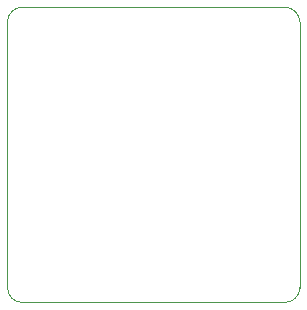
<source format=gbr>
%TF.GenerationSoftware,Altium Limited,Altium Designer,21.6.4 (81)*%
G04 Layer_Color=0*
%FSLAX43Y43*%
%MOMM*%
%TF.SameCoordinates,237B7D82-E972-44EC-B40D-EB97757C63C7*%
%TF.FilePolarity,Positive*%
%TF.FileFunction,Profile,NP*%
%TF.Part,Single*%
G01*
G75*
%TA.AperFunction,Profile*%
%ADD59C,0.025*%
D59*
X-14250Y-8750D02*
G03*
X-13000Y-10000I1250J0D01*
G01*
X9250D01*
D02*
G03*
X10500Y-8750I0J1250D01*
G01*
Y13730D01*
D02*
G03*
X9230Y15000I-1270J0D01*
G01*
X-13000D01*
D02*
G03*
X-14250Y13750I0J-1250D01*
G01*
Y-8750D01*
%TF.MD5,2eb533fae328b5c916bc53e5faf94f03*%
M02*

</source>
